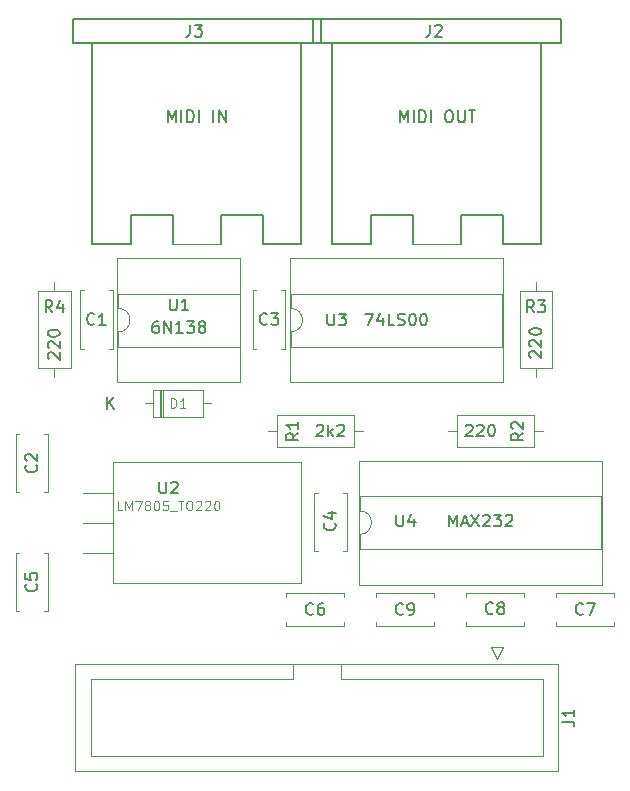
<source format=gto>
G04 #@! TF.GenerationSoftware,KiCad,Pcbnew,(5.1.8)-1*
G04 #@! TF.CreationDate,2022-02-21T01:41:40+01:00*
G04 #@! TF.ProjectId,BulkyMIDI-32 Amiga IDC,42756c6b-794d-4494-9449-2d333220416d,rev?*
G04 #@! TF.SameCoordinates,Original*
G04 #@! TF.FileFunction,Legend,Top*
G04 #@! TF.FilePolarity,Positive*
%FSLAX46Y46*%
G04 Gerber Fmt 4.6, Leading zero omitted, Abs format (unit mm)*
G04 Created by KiCad (PCBNEW (5.1.8)-1) date 2022-02-21 01:41:40*
%MOMM*%
%LPD*%
G01*
G04 APERTURE LIST*
%ADD10C,0.120000*%
%ADD11C,0.150000*%
%ADD12C,0.100000*%
G04 APERTURE END LIST*
D10*
X109982000Y-86256000D02*
X105918000Y-86256000D01*
D11*
X105918000Y-86256000D02*
X105918000Y-83820000D01*
X109982000Y-86256000D02*
X109982000Y-83820000D01*
X102362000Y-86256000D02*
X102362000Y-83820000D01*
X113538000Y-86256000D02*
X113538000Y-83820000D01*
X99100000Y-86256000D02*
X102362000Y-86256000D01*
X105918000Y-83820000D02*
X102362000Y-83820000D01*
X113538000Y-83820000D02*
X109982000Y-83820000D01*
X116800000Y-86256000D02*
X113538000Y-86256000D01*
X116800000Y-69256000D02*
X116800000Y-86256000D01*
X99100000Y-86256000D02*
X99100000Y-69256000D01*
X118450000Y-67256000D02*
X118450000Y-69256000D01*
X118450000Y-69256000D02*
X97450000Y-69256000D01*
X97450000Y-69256000D02*
X97450000Y-67256000D01*
X107950000Y-67256000D02*
X97450000Y-67256000D01*
X107950000Y-67256000D02*
X118450000Y-67256000D01*
D10*
X130302000Y-86256000D02*
X126238000Y-86256000D01*
D11*
X126238000Y-86256000D02*
X126238000Y-83820000D01*
X130302000Y-86256000D02*
X130302000Y-83820000D01*
X122682000Y-86256000D02*
X122682000Y-83820000D01*
X133858000Y-86256000D02*
X133858000Y-83820000D01*
X119420000Y-86256000D02*
X122682000Y-86256000D01*
X126238000Y-83820000D02*
X122682000Y-83820000D01*
X133858000Y-83820000D02*
X130302000Y-83820000D01*
X137120000Y-86256000D02*
X133858000Y-86256000D01*
X137120000Y-69256000D02*
X137120000Y-86256000D01*
X119420000Y-86256000D02*
X119420000Y-69256000D01*
X138770000Y-67256000D02*
X138770000Y-69256000D01*
X138770000Y-69256000D02*
X117770000Y-69256000D01*
X117770000Y-69256000D02*
X117770000Y-67256000D01*
X128270000Y-67256000D02*
X117770000Y-67256000D01*
X128270000Y-67256000D02*
X138770000Y-67256000D01*
D10*
X104829800Y-98651200D02*
X104829800Y-100891200D01*
X105069800Y-98651200D02*
X105069800Y-100891200D01*
X104949800Y-98651200D02*
X104949800Y-100891200D01*
X109119800Y-99771200D02*
X108469800Y-99771200D01*
X103579800Y-99771200D02*
X104229800Y-99771200D01*
X108469800Y-98651200D02*
X104229800Y-98651200D01*
X108469800Y-100891200D02*
X108469800Y-98651200D01*
X104229800Y-100891200D02*
X108469800Y-100891200D01*
X104229800Y-98651200D02*
X104229800Y-100891200D01*
X121253000Y-103478000D02*
X121253000Y-100738000D01*
X121253000Y-100738000D02*
X114713000Y-100738000D01*
X114713000Y-100738000D02*
X114713000Y-103478000D01*
X114713000Y-103478000D02*
X121253000Y-103478000D01*
X122023000Y-102108000D02*
X121253000Y-102108000D01*
X113943000Y-102108000D02*
X114713000Y-102108000D01*
X137263000Y-102108000D02*
X136493000Y-102108000D01*
X129183000Y-102108000D02*
X129953000Y-102108000D01*
X136493000Y-100738000D02*
X129953000Y-100738000D01*
X136493000Y-103478000D02*
X136493000Y-100738000D01*
X129953000Y-103478000D02*
X136493000Y-103478000D01*
X129953000Y-100738000D02*
X129953000Y-103478000D01*
X138022000Y-90227400D02*
X135282000Y-90227400D01*
X135282000Y-90227400D02*
X135282000Y-96767400D01*
X135282000Y-96767400D02*
X138022000Y-96767400D01*
X138022000Y-96767400D02*
X138022000Y-90227400D01*
X136652000Y-89457400D02*
X136652000Y-90227400D01*
X136652000Y-97537400D02*
X136652000Y-96767400D01*
X95885000Y-89457400D02*
X95885000Y-90227400D01*
X95885000Y-97537400D02*
X95885000Y-96767400D01*
X94515000Y-90227400D02*
X94515000Y-96767400D01*
X97255000Y-90227400D02*
X94515000Y-90227400D01*
X97255000Y-96767400D02*
X97255000Y-90227400D01*
X94515000Y-96767400D02*
X97255000Y-96767400D01*
X101226000Y-87460000D02*
X101226000Y-97960000D01*
X111626000Y-87460000D02*
X101226000Y-87460000D01*
X111626000Y-97960000D02*
X111626000Y-87460000D01*
X101226000Y-97960000D02*
X111626000Y-97960000D01*
X101286000Y-90460000D02*
X101286000Y-91710000D01*
X111566000Y-90460000D02*
X101286000Y-90460000D01*
X111566000Y-94960000D02*
X111566000Y-90460000D01*
X101286000Y-94960000D02*
X111566000Y-94960000D01*
X101286000Y-93710000D02*
X101286000Y-94960000D01*
X101286000Y-91710000D02*
G75*
G02*
X101286000Y-93710000I0J-1000000D01*
G01*
X115831000Y-87460000D02*
X115831000Y-97960000D01*
X133851000Y-87460000D02*
X115831000Y-87460000D01*
X133851000Y-97960000D02*
X133851000Y-87460000D01*
X115831000Y-97960000D02*
X133851000Y-97960000D01*
X115891000Y-90460000D02*
X115891000Y-91710000D01*
X133791000Y-90460000D02*
X115891000Y-90460000D01*
X133791000Y-94960000D02*
X133791000Y-90460000D01*
X115891000Y-94960000D02*
X133791000Y-94960000D01*
X115891000Y-93710000D02*
X115891000Y-94960000D01*
X115891000Y-91710000D02*
G75*
G02*
X115891000Y-93710000I0J-1000000D01*
G01*
X100811000Y-90200000D02*
X100811000Y-95140000D01*
X98071000Y-90200000D02*
X98071000Y-95140000D01*
X100811000Y-90200000D02*
X100496000Y-90200000D01*
X98386000Y-90200000D02*
X98071000Y-90200000D01*
X100811000Y-95140000D02*
X100496000Y-95140000D01*
X98386000Y-95140000D02*
X98071000Y-95140000D01*
X112991000Y-95140000D02*
X112676000Y-95140000D01*
X115416000Y-95140000D02*
X115101000Y-95140000D01*
X112991000Y-90200000D02*
X112676000Y-90200000D01*
X115416000Y-90200000D02*
X115101000Y-90200000D01*
X112676000Y-90200000D02*
X112676000Y-95140000D01*
X115416000Y-90200000D02*
X115416000Y-95140000D01*
X95035000Y-102345000D02*
X95350000Y-102345000D01*
X92610000Y-102345000D02*
X92925000Y-102345000D01*
X95035000Y-107285000D02*
X95350000Y-107285000D01*
X92610000Y-107285000D02*
X92925000Y-107285000D01*
X95350000Y-107285000D02*
X95350000Y-102345000D01*
X92610000Y-107285000D02*
X92610000Y-102345000D01*
X120623000Y-107345000D02*
X120623000Y-112285000D01*
X117883000Y-107345000D02*
X117883000Y-112285000D01*
X120623000Y-107345000D02*
X120308000Y-107345000D01*
X118198000Y-107345000D02*
X117883000Y-107345000D01*
X120623000Y-112285000D02*
X120308000Y-112285000D01*
X118198000Y-112285000D02*
X117883000Y-112285000D01*
X95350000Y-112425000D02*
X95350000Y-117365000D01*
X92610000Y-112425000D02*
X92610000Y-117365000D01*
X95350000Y-112425000D02*
X95035000Y-112425000D01*
X92925000Y-112425000D02*
X92610000Y-112425000D01*
X95350000Y-117365000D02*
X95035000Y-117365000D01*
X92925000Y-117365000D02*
X92610000Y-117365000D01*
X120429500Y-118276000D02*
X120429500Y-118591000D01*
X120429500Y-115851000D02*
X120429500Y-116166000D01*
X115489500Y-118276000D02*
X115489500Y-118591000D01*
X115489500Y-115851000D02*
X115489500Y-116166000D01*
X115489500Y-118591000D02*
X120429500Y-118591000D01*
X115489500Y-115851000D02*
X120429500Y-115851000D01*
X143273000Y-118276000D02*
X143273000Y-118591000D01*
X143273000Y-115851000D02*
X143273000Y-116166000D01*
X138333000Y-118276000D02*
X138333000Y-118591000D01*
X138333000Y-115851000D02*
X138333000Y-116166000D01*
X138333000Y-118591000D02*
X143273000Y-118591000D01*
X138333000Y-115851000D02*
X143273000Y-115851000D01*
X135653000Y-118276000D02*
X135653000Y-118591000D01*
X135653000Y-115851000D02*
X135653000Y-116166000D01*
X130713000Y-118276000D02*
X130713000Y-118591000D01*
X130713000Y-115851000D02*
X130713000Y-116166000D01*
X130713000Y-118591000D02*
X135653000Y-118591000D01*
X130713000Y-115851000D02*
X135653000Y-115851000D01*
X123093000Y-115851000D02*
X128033000Y-115851000D01*
X123093000Y-118591000D02*
X128033000Y-118591000D01*
X123093000Y-115851000D02*
X123093000Y-116166000D01*
X123093000Y-118276000D02*
X123093000Y-118591000D01*
X128033000Y-115851000D02*
X128033000Y-116166000D01*
X128033000Y-118276000D02*
X128033000Y-118591000D01*
X121673000Y-104605000D02*
X121673000Y-115105000D01*
X142233000Y-104605000D02*
X121673000Y-104605000D01*
X142233000Y-115105000D02*
X142233000Y-104605000D01*
X121673000Y-115105000D02*
X142233000Y-115105000D01*
X121733000Y-107605000D02*
X121733000Y-108855000D01*
X142173000Y-107605000D02*
X121733000Y-107605000D01*
X142173000Y-112105000D02*
X142173000Y-107605000D01*
X121733000Y-112105000D02*
X142173000Y-112105000D01*
X121733000Y-110855000D02*
X121733000Y-112105000D01*
X121733000Y-108855000D02*
G75*
G02*
X121733000Y-110855000I0J-1000000D01*
G01*
X100845000Y-112395000D02*
X98305000Y-112395000D01*
X100845000Y-109855000D02*
X98305000Y-109855000D01*
X100845000Y-107315000D02*
X98305000Y-107315000D01*
X116735000Y-114975000D02*
X100845000Y-114975000D01*
X116735000Y-104735000D02*
X100845000Y-104735000D01*
X116735000Y-104735000D02*
X116735000Y-114975000D01*
X100845000Y-104735000D02*
X100845000Y-114975000D01*
X132850000Y-120415000D02*
X133350000Y-121415000D01*
X133850000Y-120415000D02*
X132850000Y-120415000D01*
X133350000Y-121415000D02*
X133850000Y-120415000D01*
X116060000Y-123115000D02*
X116060000Y-121805000D01*
X116060000Y-123115000D02*
X116060000Y-123115000D01*
X98960000Y-123115000D02*
X116060000Y-123115000D01*
X98960000Y-129615000D02*
X98960000Y-123115000D01*
X137260000Y-129615000D02*
X98960000Y-129615000D01*
X137260000Y-123115000D02*
X137260000Y-129615000D01*
X120160000Y-123115000D02*
X137260000Y-123115000D01*
X120160000Y-121805000D02*
X120160000Y-123115000D01*
X97660000Y-121805000D02*
X138560000Y-121805000D01*
X97660000Y-130925000D02*
X97660000Y-121805000D01*
X138560000Y-130925000D02*
X97660000Y-130925000D01*
X138560000Y-121805000D02*
X138560000Y-130925000D01*
D11*
X107366666Y-67708380D02*
X107366666Y-68422666D01*
X107319047Y-68565523D01*
X107223809Y-68660761D01*
X107080952Y-68708380D01*
X106985714Y-68708380D01*
X107747619Y-67708380D02*
X108366666Y-67708380D01*
X108033333Y-68089333D01*
X108176190Y-68089333D01*
X108271428Y-68136952D01*
X108319047Y-68184571D01*
X108366666Y-68279809D01*
X108366666Y-68517904D01*
X108319047Y-68613142D01*
X108271428Y-68660761D01*
X108176190Y-68708380D01*
X107890476Y-68708380D01*
X107795238Y-68660761D01*
X107747619Y-68613142D01*
X105497619Y-75958380D02*
X105497619Y-74958380D01*
X105830952Y-75672666D01*
X106164285Y-74958380D01*
X106164285Y-75958380D01*
X106640476Y-75958380D02*
X106640476Y-74958380D01*
X107116666Y-75958380D02*
X107116666Y-74958380D01*
X107354761Y-74958380D01*
X107497619Y-75006000D01*
X107592857Y-75101238D01*
X107640476Y-75196476D01*
X107688095Y-75386952D01*
X107688095Y-75529809D01*
X107640476Y-75720285D01*
X107592857Y-75815523D01*
X107497619Y-75910761D01*
X107354761Y-75958380D01*
X107116666Y-75958380D01*
X108116666Y-75958380D02*
X108116666Y-74958380D01*
X109354761Y-75958380D02*
X109354761Y-74958380D01*
X109830952Y-75958380D02*
X109830952Y-74958380D01*
X110402380Y-75958380D01*
X110402380Y-74958380D01*
X127686666Y-67708380D02*
X127686666Y-68422666D01*
X127639047Y-68565523D01*
X127543809Y-68660761D01*
X127400952Y-68708380D01*
X127305714Y-68708380D01*
X128115238Y-67803619D02*
X128162857Y-67756000D01*
X128258095Y-67708380D01*
X128496190Y-67708380D01*
X128591428Y-67756000D01*
X128639047Y-67803619D01*
X128686666Y-67898857D01*
X128686666Y-67994095D01*
X128639047Y-68136952D01*
X128067619Y-68708380D01*
X128686666Y-68708380D01*
X125150952Y-75958380D02*
X125150952Y-74958380D01*
X125484285Y-75672666D01*
X125817619Y-74958380D01*
X125817619Y-75958380D01*
X126293809Y-75958380D02*
X126293809Y-74958380D01*
X126770000Y-75958380D02*
X126770000Y-74958380D01*
X127008095Y-74958380D01*
X127150952Y-75006000D01*
X127246190Y-75101238D01*
X127293809Y-75196476D01*
X127341428Y-75386952D01*
X127341428Y-75529809D01*
X127293809Y-75720285D01*
X127246190Y-75815523D01*
X127150952Y-75910761D01*
X127008095Y-75958380D01*
X126770000Y-75958380D01*
X127770000Y-75958380D02*
X127770000Y-74958380D01*
X129198571Y-74958380D02*
X129389047Y-74958380D01*
X129484285Y-75006000D01*
X129579523Y-75101238D01*
X129627142Y-75291714D01*
X129627142Y-75625047D01*
X129579523Y-75815523D01*
X129484285Y-75910761D01*
X129389047Y-75958380D01*
X129198571Y-75958380D01*
X129103333Y-75910761D01*
X129008095Y-75815523D01*
X128960476Y-75625047D01*
X128960476Y-75291714D01*
X129008095Y-75101238D01*
X129103333Y-75006000D01*
X129198571Y-74958380D01*
X130055714Y-74958380D02*
X130055714Y-75767904D01*
X130103333Y-75863142D01*
X130150952Y-75910761D01*
X130246190Y-75958380D01*
X130436666Y-75958380D01*
X130531904Y-75910761D01*
X130579523Y-75863142D01*
X130627142Y-75767904D01*
X130627142Y-74958380D01*
X130960476Y-74958380D02*
X131531904Y-74958380D01*
X131246190Y-75958380D02*
X131246190Y-74958380D01*
D12*
X105759323Y-100133104D02*
X105759323Y-99333104D01*
X105949800Y-99333104D01*
X106064085Y-99371200D01*
X106140276Y-99447390D01*
X106178371Y-99523580D01*
X106216466Y-99675961D01*
X106216466Y-99790247D01*
X106178371Y-99942628D01*
X106140276Y-100018819D01*
X106064085Y-100095009D01*
X105949800Y-100133104D01*
X105759323Y-100133104D01*
X106978371Y-100133104D02*
X106521228Y-100133104D01*
X106749800Y-100133104D02*
X106749800Y-99333104D01*
X106673609Y-99447390D01*
X106597419Y-99523580D01*
X106521228Y-99561676D01*
D11*
X100372895Y-100223580D02*
X100372895Y-99223580D01*
X100944323Y-100223580D02*
X100515752Y-99652152D01*
X100944323Y-99223580D02*
X100372895Y-99795009D01*
X116530380Y-102274666D02*
X116054190Y-102608000D01*
X116530380Y-102846095D02*
X115530380Y-102846095D01*
X115530380Y-102465142D01*
X115578000Y-102369904D01*
X115625619Y-102322285D01*
X115720857Y-102274666D01*
X115863714Y-102274666D01*
X115958952Y-102322285D01*
X116006571Y-102369904D01*
X116054190Y-102465142D01*
X116054190Y-102846095D01*
X116530380Y-101322285D02*
X116530380Y-101893714D01*
X116530380Y-101608000D02*
X115530380Y-101608000D01*
X115673238Y-101703238D01*
X115768476Y-101798476D01*
X115816095Y-101893714D01*
X118086333Y-101655619D02*
X118133952Y-101608000D01*
X118229190Y-101560380D01*
X118467285Y-101560380D01*
X118562523Y-101608000D01*
X118610142Y-101655619D01*
X118657761Y-101750857D01*
X118657761Y-101846095D01*
X118610142Y-101988952D01*
X118038714Y-102560380D01*
X118657761Y-102560380D01*
X119086333Y-102560380D02*
X119086333Y-101560380D01*
X119181571Y-102179428D02*
X119467285Y-102560380D01*
X119467285Y-101893714D02*
X119086333Y-102274666D01*
X119848238Y-101655619D02*
X119895857Y-101608000D01*
X119991095Y-101560380D01*
X120229190Y-101560380D01*
X120324428Y-101608000D01*
X120372047Y-101655619D01*
X120419666Y-101750857D01*
X120419666Y-101846095D01*
X120372047Y-101988952D01*
X119800619Y-102560380D01*
X120419666Y-102560380D01*
X135580380Y-102274666D02*
X135104190Y-102608000D01*
X135580380Y-102846095D02*
X134580380Y-102846095D01*
X134580380Y-102465142D01*
X134628000Y-102369904D01*
X134675619Y-102322285D01*
X134770857Y-102274666D01*
X134913714Y-102274666D01*
X135008952Y-102322285D01*
X135056571Y-102369904D01*
X135104190Y-102465142D01*
X135104190Y-102846095D01*
X134675619Y-101893714D02*
X134628000Y-101846095D01*
X134580380Y-101750857D01*
X134580380Y-101512761D01*
X134628000Y-101417523D01*
X134675619Y-101369904D01*
X134770857Y-101322285D01*
X134866095Y-101322285D01*
X135008952Y-101369904D01*
X135580380Y-101941333D01*
X135580380Y-101322285D01*
X130714904Y-101655619D02*
X130762523Y-101608000D01*
X130857761Y-101560380D01*
X131095857Y-101560380D01*
X131191095Y-101608000D01*
X131238714Y-101655619D01*
X131286333Y-101750857D01*
X131286333Y-101846095D01*
X131238714Y-101988952D01*
X130667285Y-102560380D01*
X131286333Y-102560380D01*
X131667285Y-101655619D02*
X131714904Y-101608000D01*
X131810142Y-101560380D01*
X132048238Y-101560380D01*
X132143476Y-101608000D01*
X132191095Y-101655619D01*
X132238714Y-101750857D01*
X132238714Y-101846095D01*
X132191095Y-101988952D01*
X131619666Y-102560380D01*
X132238714Y-102560380D01*
X132857761Y-101560380D02*
X132953000Y-101560380D01*
X133048238Y-101608000D01*
X133095857Y-101655619D01*
X133143476Y-101750857D01*
X133191095Y-101941333D01*
X133191095Y-102179428D01*
X133143476Y-102369904D01*
X133095857Y-102465142D01*
X133048238Y-102512761D01*
X132953000Y-102560380D01*
X132857761Y-102560380D01*
X132762523Y-102512761D01*
X132714904Y-102465142D01*
X132667285Y-102369904D01*
X132619666Y-102179428D01*
X132619666Y-101941333D01*
X132667285Y-101750857D01*
X132714904Y-101655619D01*
X132762523Y-101608000D01*
X132857761Y-101560380D01*
X136485333Y-92044780D02*
X136152000Y-91568590D01*
X135913904Y-92044780D02*
X135913904Y-91044780D01*
X136294857Y-91044780D01*
X136390095Y-91092400D01*
X136437714Y-91140019D01*
X136485333Y-91235257D01*
X136485333Y-91378114D01*
X136437714Y-91473352D01*
X136390095Y-91520971D01*
X136294857Y-91568590D01*
X135913904Y-91568590D01*
X136818666Y-91044780D02*
X137437714Y-91044780D01*
X137104380Y-91425733D01*
X137247238Y-91425733D01*
X137342476Y-91473352D01*
X137390095Y-91520971D01*
X137437714Y-91616209D01*
X137437714Y-91854304D01*
X137390095Y-91949542D01*
X137342476Y-91997161D01*
X137247238Y-92044780D01*
X136961523Y-92044780D01*
X136866285Y-91997161D01*
X136818666Y-91949542D01*
X136199619Y-95878495D02*
X136152000Y-95830876D01*
X136104380Y-95735638D01*
X136104380Y-95497542D01*
X136152000Y-95402304D01*
X136199619Y-95354685D01*
X136294857Y-95307066D01*
X136390095Y-95307066D01*
X136532952Y-95354685D01*
X137104380Y-95926114D01*
X137104380Y-95307066D01*
X136199619Y-94926114D02*
X136152000Y-94878495D01*
X136104380Y-94783257D01*
X136104380Y-94545161D01*
X136152000Y-94449923D01*
X136199619Y-94402304D01*
X136294857Y-94354685D01*
X136390095Y-94354685D01*
X136532952Y-94402304D01*
X137104380Y-94973733D01*
X137104380Y-94354685D01*
X136104380Y-93735638D02*
X136104380Y-93640400D01*
X136152000Y-93545161D01*
X136199619Y-93497542D01*
X136294857Y-93449923D01*
X136485333Y-93402304D01*
X136723428Y-93402304D01*
X136913904Y-93449923D01*
X137009142Y-93497542D01*
X137056761Y-93545161D01*
X137104380Y-93640400D01*
X137104380Y-93735638D01*
X137056761Y-93830876D01*
X137009142Y-93878495D01*
X136913904Y-93926114D01*
X136723428Y-93973733D01*
X136485333Y-93973733D01*
X136294857Y-93926114D01*
X136199619Y-93878495D01*
X136152000Y-93830876D01*
X136104380Y-93735638D01*
X95718333Y-92044780D02*
X95385000Y-91568590D01*
X95146904Y-92044780D02*
X95146904Y-91044780D01*
X95527857Y-91044780D01*
X95623095Y-91092400D01*
X95670714Y-91140019D01*
X95718333Y-91235257D01*
X95718333Y-91378114D01*
X95670714Y-91473352D01*
X95623095Y-91520971D01*
X95527857Y-91568590D01*
X95146904Y-91568590D01*
X96575476Y-91378114D02*
X96575476Y-92044780D01*
X96337380Y-90997161D02*
X96099285Y-91711447D01*
X96718333Y-91711447D01*
X95432619Y-96005495D02*
X95385000Y-95957876D01*
X95337380Y-95862638D01*
X95337380Y-95624542D01*
X95385000Y-95529304D01*
X95432619Y-95481685D01*
X95527857Y-95434066D01*
X95623095Y-95434066D01*
X95765952Y-95481685D01*
X96337380Y-96053114D01*
X96337380Y-95434066D01*
X95432619Y-95053114D02*
X95385000Y-95005495D01*
X95337380Y-94910257D01*
X95337380Y-94672161D01*
X95385000Y-94576923D01*
X95432619Y-94529304D01*
X95527857Y-94481685D01*
X95623095Y-94481685D01*
X95765952Y-94529304D01*
X96337380Y-95100733D01*
X96337380Y-94481685D01*
X95337380Y-93862638D02*
X95337380Y-93767400D01*
X95385000Y-93672161D01*
X95432619Y-93624542D01*
X95527857Y-93576923D01*
X95718333Y-93529304D01*
X95956428Y-93529304D01*
X96146904Y-93576923D01*
X96242142Y-93624542D01*
X96289761Y-93672161D01*
X96337380Y-93767400D01*
X96337380Y-93862638D01*
X96289761Y-93957876D01*
X96242142Y-94005495D01*
X96146904Y-94053114D01*
X95956428Y-94100733D01*
X95718333Y-94100733D01*
X95527857Y-94053114D01*
X95432619Y-94005495D01*
X95385000Y-93957876D01*
X95337380Y-93862638D01*
X105664095Y-90892380D02*
X105664095Y-91701904D01*
X105711714Y-91797142D01*
X105759333Y-91844761D01*
X105854571Y-91892380D01*
X106045047Y-91892380D01*
X106140285Y-91844761D01*
X106187904Y-91797142D01*
X106235523Y-91701904D01*
X106235523Y-90892380D01*
X107235523Y-91892380D02*
X106664095Y-91892380D01*
X106949809Y-91892380D02*
X106949809Y-90892380D01*
X106854571Y-91035238D01*
X106759333Y-91130476D01*
X106664095Y-91178095D01*
X104664095Y-92797380D02*
X104473619Y-92797380D01*
X104378380Y-92845000D01*
X104330761Y-92892619D01*
X104235523Y-93035476D01*
X104187904Y-93225952D01*
X104187904Y-93606904D01*
X104235523Y-93702142D01*
X104283142Y-93749761D01*
X104378380Y-93797380D01*
X104568857Y-93797380D01*
X104664095Y-93749761D01*
X104711714Y-93702142D01*
X104759333Y-93606904D01*
X104759333Y-93368809D01*
X104711714Y-93273571D01*
X104664095Y-93225952D01*
X104568857Y-93178333D01*
X104378380Y-93178333D01*
X104283142Y-93225952D01*
X104235523Y-93273571D01*
X104187904Y-93368809D01*
X105187904Y-93797380D02*
X105187904Y-92797380D01*
X105759333Y-93797380D01*
X105759333Y-92797380D01*
X106759333Y-93797380D02*
X106187904Y-93797380D01*
X106473619Y-93797380D02*
X106473619Y-92797380D01*
X106378380Y-92940238D01*
X106283142Y-93035476D01*
X106187904Y-93083095D01*
X107092666Y-92797380D02*
X107711714Y-92797380D01*
X107378380Y-93178333D01*
X107521238Y-93178333D01*
X107616476Y-93225952D01*
X107664095Y-93273571D01*
X107711714Y-93368809D01*
X107711714Y-93606904D01*
X107664095Y-93702142D01*
X107616476Y-93749761D01*
X107521238Y-93797380D01*
X107235523Y-93797380D01*
X107140285Y-93749761D01*
X107092666Y-93702142D01*
X108283142Y-93225952D02*
X108187904Y-93178333D01*
X108140285Y-93130714D01*
X108092666Y-93035476D01*
X108092666Y-92987857D01*
X108140285Y-92892619D01*
X108187904Y-92845000D01*
X108283142Y-92797380D01*
X108473619Y-92797380D01*
X108568857Y-92845000D01*
X108616476Y-92892619D01*
X108664095Y-92987857D01*
X108664095Y-93035476D01*
X108616476Y-93130714D01*
X108568857Y-93178333D01*
X108473619Y-93225952D01*
X108283142Y-93225952D01*
X108187904Y-93273571D01*
X108140285Y-93321190D01*
X108092666Y-93416428D01*
X108092666Y-93606904D01*
X108140285Y-93702142D01*
X108187904Y-93749761D01*
X108283142Y-93797380D01*
X108473619Y-93797380D01*
X108568857Y-93749761D01*
X108616476Y-93702142D01*
X108664095Y-93606904D01*
X108664095Y-93416428D01*
X108616476Y-93321190D01*
X108568857Y-93273571D01*
X108473619Y-93225952D01*
X118999095Y-92162380D02*
X118999095Y-92971904D01*
X119046714Y-93067142D01*
X119094333Y-93114761D01*
X119189571Y-93162380D01*
X119380047Y-93162380D01*
X119475285Y-93114761D01*
X119522904Y-93067142D01*
X119570523Y-92971904D01*
X119570523Y-92162380D01*
X119951476Y-92162380D02*
X120570523Y-92162380D01*
X120237190Y-92543333D01*
X120380047Y-92543333D01*
X120475285Y-92590952D01*
X120522904Y-92638571D01*
X120570523Y-92733809D01*
X120570523Y-92971904D01*
X120522904Y-93067142D01*
X120475285Y-93114761D01*
X120380047Y-93162380D01*
X120094333Y-93162380D01*
X119999095Y-93114761D01*
X119951476Y-93067142D01*
X122198142Y-92162380D02*
X122864809Y-92162380D01*
X122436238Y-93162380D01*
X123674333Y-92495714D02*
X123674333Y-93162380D01*
X123436238Y-92114761D02*
X123198142Y-92829047D01*
X123817190Y-92829047D01*
X124674333Y-93162380D02*
X124198142Y-93162380D01*
X124198142Y-92162380D01*
X124960047Y-93114761D02*
X125102904Y-93162380D01*
X125341000Y-93162380D01*
X125436238Y-93114761D01*
X125483857Y-93067142D01*
X125531476Y-92971904D01*
X125531476Y-92876666D01*
X125483857Y-92781428D01*
X125436238Y-92733809D01*
X125341000Y-92686190D01*
X125150523Y-92638571D01*
X125055285Y-92590952D01*
X125007666Y-92543333D01*
X124960047Y-92448095D01*
X124960047Y-92352857D01*
X125007666Y-92257619D01*
X125055285Y-92210000D01*
X125150523Y-92162380D01*
X125388619Y-92162380D01*
X125531476Y-92210000D01*
X126150523Y-92162380D02*
X126245761Y-92162380D01*
X126341000Y-92210000D01*
X126388619Y-92257619D01*
X126436238Y-92352857D01*
X126483857Y-92543333D01*
X126483857Y-92781428D01*
X126436238Y-92971904D01*
X126388619Y-93067142D01*
X126341000Y-93114761D01*
X126245761Y-93162380D01*
X126150523Y-93162380D01*
X126055285Y-93114761D01*
X126007666Y-93067142D01*
X125960047Y-92971904D01*
X125912428Y-92781428D01*
X125912428Y-92543333D01*
X125960047Y-92352857D01*
X126007666Y-92257619D01*
X126055285Y-92210000D01*
X126150523Y-92162380D01*
X127102904Y-92162380D02*
X127198142Y-92162380D01*
X127293380Y-92210000D01*
X127341000Y-92257619D01*
X127388619Y-92352857D01*
X127436238Y-92543333D01*
X127436238Y-92781428D01*
X127388619Y-92971904D01*
X127341000Y-93067142D01*
X127293380Y-93114761D01*
X127198142Y-93162380D01*
X127102904Y-93162380D01*
X127007666Y-93114761D01*
X126960047Y-93067142D01*
X126912428Y-92971904D01*
X126864809Y-92781428D01*
X126864809Y-92543333D01*
X126912428Y-92352857D01*
X126960047Y-92257619D01*
X127007666Y-92210000D01*
X127102904Y-92162380D01*
X99274333Y-93027142D02*
X99226714Y-93074761D01*
X99083857Y-93122380D01*
X98988619Y-93122380D01*
X98845761Y-93074761D01*
X98750523Y-92979523D01*
X98702904Y-92884285D01*
X98655285Y-92693809D01*
X98655285Y-92550952D01*
X98702904Y-92360476D01*
X98750523Y-92265238D01*
X98845761Y-92170000D01*
X98988619Y-92122380D01*
X99083857Y-92122380D01*
X99226714Y-92170000D01*
X99274333Y-92217619D01*
X100226714Y-93122380D02*
X99655285Y-93122380D01*
X99941000Y-93122380D02*
X99941000Y-92122380D01*
X99845761Y-92265238D01*
X99750523Y-92360476D01*
X99655285Y-92408095D01*
X113879333Y-93027142D02*
X113831714Y-93074761D01*
X113688857Y-93122380D01*
X113593619Y-93122380D01*
X113450761Y-93074761D01*
X113355523Y-92979523D01*
X113307904Y-92884285D01*
X113260285Y-92693809D01*
X113260285Y-92550952D01*
X113307904Y-92360476D01*
X113355523Y-92265238D01*
X113450761Y-92170000D01*
X113593619Y-92122380D01*
X113688857Y-92122380D01*
X113831714Y-92170000D01*
X113879333Y-92217619D01*
X114212666Y-92122380D02*
X114831714Y-92122380D01*
X114498380Y-92503333D01*
X114641238Y-92503333D01*
X114736476Y-92550952D01*
X114784095Y-92598571D01*
X114831714Y-92693809D01*
X114831714Y-92931904D01*
X114784095Y-93027142D01*
X114736476Y-93074761D01*
X114641238Y-93122380D01*
X114355523Y-93122380D01*
X114260285Y-93074761D01*
X114212666Y-93027142D01*
X94337142Y-104981666D02*
X94384761Y-105029285D01*
X94432380Y-105172142D01*
X94432380Y-105267380D01*
X94384761Y-105410238D01*
X94289523Y-105505476D01*
X94194285Y-105553095D01*
X94003809Y-105600714D01*
X93860952Y-105600714D01*
X93670476Y-105553095D01*
X93575238Y-105505476D01*
X93480000Y-105410238D01*
X93432380Y-105267380D01*
X93432380Y-105172142D01*
X93480000Y-105029285D01*
X93527619Y-104981666D01*
X93527619Y-104600714D02*
X93480000Y-104553095D01*
X93432380Y-104457857D01*
X93432380Y-104219761D01*
X93480000Y-104124523D01*
X93527619Y-104076904D01*
X93622857Y-104029285D01*
X93718095Y-104029285D01*
X93860952Y-104076904D01*
X94432380Y-104648333D01*
X94432380Y-104029285D01*
X119610142Y-109894666D02*
X119657761Y-109942285D01*
X119705380Y-110085142D01*
X119705380Y-110180380D01*
X119657761Y-110323238D01*
X119562523Y-110418476D01*
X119467285Y-110466095D01*
X119276809Y-110513714D01*
X119133952Y-110513714D01*
X118943476Y-110466095D01*
X118848238Y-110418476D01*
X118753000Y-110323238D01*
X118705380Y-110180380D01*
X118705380Y-110085142D01*
X118753000Y-109942285D01*
X118800619Y-109894666D01*
X119038714Y-109037523D02*
X119705380Y-109037523D01*
X118657761Y-109275619D02*
X119372047Y-109513714D01*
X119372047Y-108894666D01*
X94337142Y-115061666D02*
X94384761Y-115109285D01*
X94432380Y-115252142D01*
X94432380Y-115347380D01*
X94384761Y-115490238D01*
X94289523Y-115585476D01*
X94194285Y-115633095D01*
X94003809Y-115680714D01*
X93860952Y-115680714D01*
X93670476Y-115633095D01*
X93575238Y-115585476D01*
X93480000Y-115490238D01*
X93432380Y-115347380D01*
X93432380Y-115252142D01*
X93480000Y-115109285D01*
X93527619Y-115061666D01*
X93432380Y-114156904D02*
X93432380Y-114633095D01*
X93908571Y-114680714D01*
X93860952Y-114633095D01*
X93813333Y-114537857D01*
X93813333Y-114299761D01*
X93860952Y-114204523D01*
X93908571Y-114156904D01*
X94003809Y-114109285D01*
X94241904Y-114109285D01*
X94337142Y-114156904D01*
X94384761Y-114204523D01*
X94432380Y-114299761D01*
X94432380Y-114537857D01*
X94384761Y-114633095D01*
X94337142Y-114680714D01*
X117792833Y-117578142D02*
X117745214Y-117625761D01*
X117602357Y-117673380D01*
X117507119Y-117673380D01*
X117364261Y-117625761D01*
X117269023Y-117530523D01*
X117221404Y-117435285D01*
X117173785Y-117244809D01*
X117173785Y-117101952D01*
X117221404Y-116911476D01*
X117269023Y-116816238D01*
X117364261Y-116721000D01*
X117507119Y-116673380D01*
X117602357Y-116673380D01*
X117745214Y-116721000D01*
X117792833Y-116768619D01*
X118649976Y-116673380D02*
X118459500Y-116673380D01*
X118364261Y-116721000D01*
X118316642Y-116768619D01*
X118221404Y-116911476D01*
X118173785Y-117101952D01*
X118173785Y-117482904D01*
X118221404Y-117578142D01*
X118269023Y-117625761D01*
X118364261Y-117673380D01*
X118554738Y-117673380D01*
X118649976Y-117625761D01*
X118697595Y-117578142D01*
X118745214Y-117482904D01*
X118745214Y-117244809D01*
X118697595Y-117149571D01*
X118649976Y-117101952D01*
X118554738Y-117054333D01*
X118364261Y-117054333D01*
X118269023Y-117101952D01*
X118221404Y-117149571D01*
X118173785Y-117244809D01*
X140636333Y-117578142D02*
X140588714Y-117625761D01*
X140445857Y-117673380D01*
X140350619Y-117673380D01*
X140207761Y-117625761D01*
X140112523Y-117530523D01*
X140064904Y-117435285D01*
X140017285Y-117244809D01*
X140017285Y-117101952D01*
X140064904Y-116911476D01*
X140112523Y-116816238D01*
X140207761Y-116721000D01*
X140350619Y-116673380D01*
X140445857Y-116673380D01*
X140588714Y-116721000D01*
X140636333Y-116768619D01*
X140969666Y-116673380D02*
X141636333Y-116673380D01*
X141207761Y-117673380D01*
X133016333Y-117512141D02*
X132968714Y-117559760D01*
X132825857Y-117607379D01*
X132730619Y-117607379D01*
X132587761Y-117559760D01*
X132492523Y-117464522D01*
X132444904Y-117369284D01*
X132397285Y-117178808D01*
X132397285Y-117035951D01*
X132444904Y-116845475D01*
X132492523Y-116750237D01*
X132587761Y-116654999D01*
X132730619Y-116607379D01*
X132825857Y-116607379D01*
X132968714Y-116654999D01*
X133016333Y-116702618D01*
X133587761Y-117035951D02*
X133492523Y-116988332D01*
X133444904Y-116940713D01*
X133397285Y-116845475D01*
X133397285Y-116797856D01*
X133444904Y-116702618D01*
X133492523Y-116654999D01*
X133587761Y-116607379D01*
X133778238Y-116607379D01*
X133873476Y-116654999D01*
X133921095Y-116702618D01*
X133968714Y-116797856D01*
X133968714Y-116845475D01*
X133921095Y-116940713D01*
X133873476Y-116988332D01*
X133778238Y-117035951D01*
X133587761Y-117035951D01*
X133492523Y-117083570D01*
X133444904Y-117131189D01*
X133397285Y-117226427D01*
X133397285Y-117416903D01*
X133444904Y-117512141D01*
X133492523Y-117559760D01*
X133587761Y-117607379D01*
X133778238Y-117607379D01*
X133873476Y-117559760D01*
X133921095Y-117512141D01*
X133968714Y-117416903D01*
X133968714Y-117226427D01*
X133921095Y-117131189D01*
X133873476Y-117083570D01*
X133778238Y-117035951D01*
X125396333Y-117578142D02*
X125348714Y-117625761D01*
X125205857Y-117673380D01*
X125110619Y-117673380D01*
X124967761Y-117625761D01*
X124872523Y-117530523D01*
X124824904Y-117435285D01*
X124777285Y-117244809D01*
X124777285Y-117101952D01*
X124824904Y-116911476D01*
X124872523Y-116816238D01*
X124967761Y-116721000D01*
X125110619Y-116673380D01*
X125205857Y-116673380D01*
X125348714Y-116721000D01*
X125396333Y-116768619D01*
X125872523Y-117673380D02*
X126063000Y-117673380D01*
X126158238Y-117625761D01*
X126205857Y-117578142D01*
X126301095Y-117435285D01*
X126348714Y-117244809D01*
X126348714Y-116863857D01*
X126301095Y-116768619D01*
X126253476Y-116721000D01*
X126158238Y-116673380D01*
X125967761Y-116673380D01*
X125872523Y-116721000D01*
X125824904Y-116768619D01*
X125777285Y-116863857D01*
X125777285Y-117101952D01*
X125824904Y-117197190D01*
X125872523Y-117244809D01*
X125967761Y-117292428D01*
X126158238Y-117292428D01*
X126253476Y-117244809D01*
X126301095Y-117197190D01*
X126348714Y-117101952D01*
X124841095Y-109180380D02*
X124841095Y-109989904D01*
X124888714Y-110085142D01*
X124936333Y-110132761D01*
X125031571Y-110180380D01*
X125222047Y-110180380D01*
X125317285Y-110132761D01*
X125364904Y-110085142D01*
X125412523Y-109989904D01*
X125412523Y-109180380D01*
X126317285Y-109513714D02*
X126317285Y-110180380D01*
X126079190Y-109132761D02*
X125841095Y-109847047D01*
X126460142Y-109847047D01*
X129286333Y-110180380D02*
X129286333Y-109180380D01*
X129619666Y-109894666D01*
X129953000Y-109180380D01*
X129953000Y-110180380D01*
X130381571Y-109894666D02*
X130857761Y-109894666D01*
X130286333Y-110180380D02*
X130619666Y-109180380D01*
X130953000Y-110180380D01*
X131191095Y-109180380D02*
X131857761Y-110180380D01*
X131857761Y-109180380D02*
X131191095Y-110180380D01*
X132191095Y-109275619D02*
X132238714Y-109228000D01*
X132333952Y-109180380D01*
X132572047Y-109180380D01*
X132667285Y-109228000D01*
X132714904Y-109275619D01*
X132762523Y-109370857D01*
X132762523Y-109466095D01*
X132714904Y-109608952D01*
X132143476Y-110180380D01*
X132762523Y-110180380D01*
X133095857Y-109180380D02*
X133714904Y-109180380D01*
X133381571Y-109561333D01*
X133524428Y-109561333D01*
X133619666Y-109608952D01*
X133667285Y-109656571D01*
X133714904Y-109751809D01*
X133714904Y-109989904D01*
X133667285Y-110085142D01*
X133619666Y-110132761D01*
X133524428Y-110180380D01*
X133238714Y-110180380D01*
X133143476Y-110132761D01*
X133095857Y-110085142D01*
X134095857Y-109275619D02*
X134143476Y-109228000D01*
X134238714Y-109180380D01*
X134476809Y-109180380D01*
X134572047Y-109228000D01*
X134619666Y-109275619D01*
X134667285Y-109370857D01*
X134667285Y-109466095D01*
X134619666Y-109608952D01*
X134048238Y-110180380D01*
X134667285Y-110180380D01*
X104775095Y-106386380D02*
X104775095Y-107195904D01*
X104822714Y-107291142D01*
X104870333Y-107338761D01*
X104965571Y-107386380D01*
X105156047Y-107386380D01*
X105251285Y-107338761D01*
X105298904Y-107291142D01*
X105346523Y-107195904D01*
X105346523Y-106386380D01*
X105775095Y-106481619D02*
X105822714Y-106434000D01*
X105917952Y-106386380D01*
X106156047Y-106386380D01*
X106251285Y-106434000D01*
X106298904Y-106481619D01*
X106346523Y-106576857D01*
X106346523Y-106672095D01*
X106298904Y-106814952D01*
X105727476Y-107386380D01*
X106346523Y-107386380D01*
D12*
X101632238Y-108819904D02*
X101251285Y-108819904D01*
X101251285Y-108019904D01*
X101898904Y-108819904D02*
X101898904Y-108019904D01*
X102165571Y-108591333D01*
X102432238Y-108019904D01*
X102432238Y-108819904D01*
X102737000Y-108019904D02*
X103270333Y-108019904D01*
X102927476Y-108819904D01*
X103689380Y-108362761D02*
X103613190Y-108324666D01*
X103575095Y-108286571D01*
X103537000Y-108210380D01*
X103537000Y-108172285D01*
X103575095Y-108096095D01*
X103613190Y-108058000D01*
X103689380Y-108019904D01*
X103841761Y-108019904D01*
X103917952Y-108058000D01*
X103956047Y-108096095D01*
X103994142Y-108172285D01*
X103994142Y-108210380D01*
X103956047Y-108286571D01*
X103917952Y-108324666D01*
X103841761Y-108362761D01*
X103689380Y-108362761D01*
X103613190Y-108400857D01*
X103575095Y-108438952D01*
X103537000Y-108515142D01*
X103537000Y-108667523D01*
X103575095Y-108743714D01*
X103613190Y-108781809D01*
X103689380Y-108819904D01*
X103841761Y-108819904D01*
X103917952Y-108781809D01*
X103956047Y-108743714D01*
X103994142Y-108667523D01*
X103994142Y-108515142D01*
X103956047Y-108438952D01*
X103917952Y-108400857D01*
X103841761Y-108362761D01*
X104489380Y-108019904D02*
X104565571Y-108019904D01*
X104641761Y-108058000D01*
X104679857Y-108096095D01*
X104717952Y-108172285D01*
X104756047Y-108324666D01*
X104756047Y-108515142D01*
X104717952Y-108667523D01*
X104679857Y-108743714D01*
X104641761Y-108781809D01*
X104565571Y-108819904D01*
X104489380Y-108819904D01*
X104413190Y-108781809D01*
X104375095Y-108743714D01*
X104337000Y-108667523D01*
X104298904Y-108515142D01*
X104298904Y-108324666D01*
X104337000Y-108172285D01*
X104375095Y-108096095D01*
X104413190Y-108058000D01*
X104489380Y-108019904D01*
X105479857Y-108019904D02*
X105098904Y-108019904D01*
X105060809Y-108400857D01*
X105098904Y-108362761D01*
X105175095Y-108324666D01*
X105365571Y-108324666D01*
X105441761Y-108362761D01*
X105479857Y-108400857D01*
X105517952Y-108477047D01*
X105517952Y-108667523D01*
X105479857Y-108743714D01*
X105441761Y-108781809D01*
X105365571Y-108819904D01*
X105175095Y-108819904D01*
X105098904Y-108781809D01*
X105060809Y-108743714D01*
X105670333Y-108896095D02*
X106279857Y-108896095D01*
X106356047Y-108019904D02*
X106813190Y-108019904D01*
X106584619Y-108819904D02*
X106584619Y-108019904D01*
X107232238Y-108019904D02*
X107384619Y-108019904D01*
X107460809Y-108058000D01*
X107537000Y-108134190D01*
X107575095Y-108286571D01*
X107575095Y-108553238D01*
X107537000Y-108705619D01*
X107460809Y-108781809D01*
X107384619Y-108819904D01*
X107232238Y-108819904D01*
X107156047Y-108781809D01*
X107079857Y-108705619D01*
X107041761Y-108553238D01*
X107041761Y-108286571D01*
X107079857Y-108134190D01*
X107156047Y-108058000D01*
X107232238Y-108019904D01*
X107879857Y-108096095D02*
X107917952Y-108058000D01*
X107994142Y-108019904D01*
X108184619Y-108019904D01*
X108260809Y-108058000D01*
X108298904Y-108096095D01*
X108337000Y-108172285D01*
X108337000Y-108248476D01*
X108298904Y-108362761D01*
X107841761Y-108819904D01*
X108337000Y-108819904D01*
X108641761Y-108096095D02*
X108679857Y-108058000D01*
X108756047Y-108019904D01*
X108946523Y-108019904D01*
X109022714Y-108058000D01*
X109060809Y-108096095D01*
X109098904Y-108172285D01*
X109098904Y-108248476D01*
X109060809Y-108362761D01*
X108603666Y-108819904D01*
X109098904Y-108819904D01*
X109594142Y-108019904D02*
X109670333Y-108019904D01*
X109746523Y-108058000D01*
X109784619Y-108096095D01*
X109822714Y-108172285D01*
X109860809Y-108324666D01*
X109860809Y-108515142D01*
X109822714Y-108667523D01*
X109784619Y-108743714D01*
X109746523Y-108781809D01*
X109670333Y-108819904D01*
X109594142Y-108819904D01*
X109517952Y-108781809D01*
X109479857Y-108743714D01*
X109441761Y-108667523D01*
X109403666Y-108515142D01*
X109403666Y-108324666D01*
X109441761Y-108172285D01*
X109479857Y-108096095D01*
X109517952Y-108058000D01*
X109594142Y-108019904D01*
D11*
X138902380Y-126698333D02*
X139616666Y-126698333D01*
X139759523Y-126745952D01*
X139854761Y-126841190D01*
X139902380Y-126984047D01*
X139902380Y-127079285D01*
X139902380Y-125698333D02*
X139902380Y-126269761D01*
X139902380Y-125984047D02*
X138902380Y-125984047D01*
X139045238Y-126079285D01*
X139140476Y-126174523D01*
X139188095Y-126269761D01*
M02*

</source>
